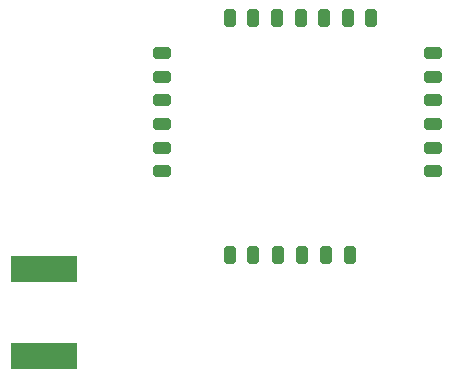
<source format=gbp>
G04*
G04 #@! TF.GenerationSoftware,Altium Limited,Altium Designer,23.4.1 (23)*
G04*
G04 Layer_Color=128*
%FSLAX44Y44*%
%MOMM*%
G71*
G04*
G04 #@! TF.SameCoordinates,A498DFDA-0769-4059-8707-A0DE4882B552*
G04*
G04*
G04 #@! TF.FilePolarity,Positive*
G04*
G01*
G75*
%ADD132R,5.6000X2.3000*%
G04:AMPARAMS|DCode=133|XSize=1.5mm|YSize=1.016mm|CornerRadius=0.254mm|HoleSize=0mm|Usage=FLASHONLY|Rotation=270.000|XOffset=0mm|YOffset=0mm|HoleType=Round|Shape=RoundedRectangle|*
%AMROUNDEDRECTD133*
21,1,1.5000,0.5080,0,0,270.0*
21,1,0.9920,1.0160,0,0,270.0*
1,1,0.5080,-0.2540,-0.4960*
1,1,0.5080,-0.2540,0.4960*
1,1,0.5080,0.2540,0.4960*
1,1,0.5080,0.2540,-0.4960*
%
%ADD133ROUNDEDRECTD133*%
G04:AMPARAMS|DCode=134|XSize=1.5mm|YSize=1.016mm|CornerRadius=0.254mm|HoleSize=0mm|Usage=FLASHONLY|Rotation=180.000|XOffset=0mm|YOffset=0mm|HoleType=Round|Shape=RoundedRectangle|*
%AMROUNDEDRECTD134*
21,1,1.5000,0.5080,0,0,180.0*
21,1,0.9920,1.0160,0,0,180.0*
1,1,0.5080,-0.4960,0.2540*
1,1,0.5080,0.4960,0.2540*
1,1,0.5080,0.4960,-0.2540*
1,1,0.5080,-0.4960,-0.2540*
%
%ADD134ROUNDEDRECTD134*%
D132*
X127950Y564145D02*
D03*
Y638145D02*
D03*
D133*
X325208Y850276D02*
D03*
X305208D02*
D03*
X285208D02*
D03*
X345288D02*
D03*
X365354D02*
D03*
X385420D02*
D03*
X405232D02*
D03*
X346208Y650276D02*
D03*
X326208D02*
D03*
X305208D02*
D03*
X285208D02*
D03*
X367208D02*
D03*
X387208D02*
D03*
D134*
X227708Y820951D02*
D03*
Y800951D02*
D03*
Y780951D02*
D03*
Y760951D02*
D03*
Y740918D02*
D03*
Y720852D02*
D03*
X457708Y820951D02*
D03*
Y800951D02*
D03*
Y780951D02*
D03*
Y760951D02*
D03*
Y740918D02*
D03*
Y720852D02*
D03*
M02*

</source>
